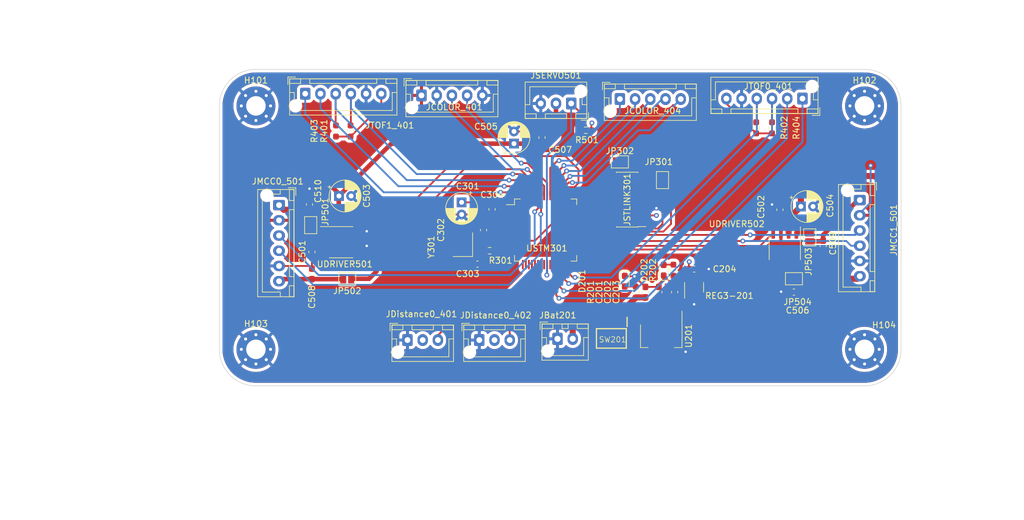
<source format=kicad_pcb>
(kicad_pcb (version 20211014) (generator pcbnew)
  (layers (0 "F.Cu" signal) (1 "In1.Cu" signal) (2 "In2.Cu" signal) (31 "B.Cu" signal) (34 "B.Paste" user) (35 "F.Paste" user) (36 "B.SilkS" user "B.Silkscreen") (37 "F.SilkS" user "F.Silkscreen") (38 "B.Mask" user) (39 "F.Mask" user) (44 "Edge.Cuts" user))
  (net 0 "")
  (net 1 "+BATT")
  (net 2 "+5V")
  (net 3 "+3.3V")
  (net 4 "O1_D2")
  (net 5 "O2_D2")
  (net 6 "O2_D1")
  (net 7 "O1_D1")
  (net 8 "Net-(C302-Pad1)")
  (net 9 "Net-(C304-Pad2)")
  (net 10 "Net-(D201-Pad2)")
  (net 11 "Net-(D202-Pad2)")
  (net 12 "Net-(JBat201-Pad2)")
  (net 13 "TCS-S0")
  (net 14 "TCS-S1")
  (net 15 "TCS-S2")
  (net 16 "TCS-S3")
  (net 17 "TCS-OUT")
  (net 18 "IR1-OUT")
  (net 19 "IR2-OUT")
  (net 20 "GND")
  (net 21 "PHASE_B_M1")
  (net 22 "PHASE_A_M1")
  (net 23 "PHASE_B_M2")
  (net 24 "PHASE_A_M2")
  (net 25 "RX")
  (net 26 "TCS-OE")
  (net 27 "TCS-LED")
  (net 28 "TX")
  (net 29 "SERVO_DATA")
  (net 30 "SWDIO")
  (net 31 "SWCLK")
  (net 32 "/Control/TX_JP")
  (net 33 "Net-(JP501-Pad1)")
  (net 34 "Net-(JP502-Pad1)")
  (net 35 "NRST")
  (net 36 "TOF-SDA")
  (net 37 "TOF-EXTI")
  (net 38 "TOF-SCL")
  (net 39 "TOF-XSHUT")
  (net 40 "Net-(JP503-Pad1)")
  (net 41 "Net-(JP504-Pad1)")
  (net 43 "PWM_D1")
  (net 44 "NPWM_D1")
  (net 45 "PWM_D2")
  (net 46 "NPWM_D2")
  (net 51 "Net-(R301-Pad2)")
  (net 77 "TOF2_SDA")
  (net 78 "TOF2_EXTI")
  (net 79 "TOF2_SCL")
  (net 80 "TOF2_XSHUT")
  (net 84 "/Control/RX_JP")
  (net 85 "Net-(C303-Pad2)")
  (footprint "SamacSys_Parts:NE555DR" (layer "F.Cu") (at 108.4 88.2 -90)
    (fp_text reference "SW201")
    (fp_text value "SW_DPDT_x2" hide)
  )
  (footprint "Jumper:SolderJumper-2_P1.3mm_Open_Pad1.0x1.5mm" (layer "F.Cu") (at 116.8 62.2 90)
    (fp_text reference "JP301")
    (fp_text value "SolderJumper_2_Open")
  )
  (footprint "Resistor_SMD:R_0603_1608Metric_Pad0.98x0.95mm_HandSolder" (layer "F.Cu") (at 118.6 77 90)
    (fp_text reference "R202")
    (fp_text value "300")
  )
  (footprint "Jumper:SolderJumper-2_P1.3mm_Open_Pad1.0x1.5mm" (layer "F.Cu") (at 138.4 78.4)
    (fp_text reference "JP504")
    (fp_text value "SolderJumper_2_Open")
  )
  (footprint "Connector_JST:JST_XH_B6B-XH-AM_1x06_P2.50mm_Vertical" (layer "F.Cu") (at 53.8 66.3 -90)
    (fp_text reference "JMCC0_501")
    (fp_text value "Conn_01x06_Female")
  )
  (footprint "Connector_JST:JST_XH_B3B-XH-AM_1x03_P2.50mm_Vertical" (layer "F.Cu") (at 101.8 49.6 180)
    (fp_text reference "JSERVO501")
    (fp_text value "Conn_01x03_Female")
  )
  (footprint "Jumper:SolderJumper-2_P1.3mm_Open_Pad1.0x1.5mm" (layer "F.Cu") (at 141 71.6 -90)
    (fp_text reference "JP503")
    (fp_text value "SolderJumper_2_Open")
  )
  (footprint "Capacitor_THT:CP_Radial_D5.0mm_P2.00mm" (layer "F.Cu") (at 63.644888 64.8)
    (fp_text reference "C503")
    (fp_text value "10µF")
  )
  (footprint "Capacitor_SMD:C_0603_1608Metric_Pad1.08x0.95mm_HandSolder" (layer "F.Cu") (at 86.4 76)
    (fp_text reference "C303")
    (fp_text value "15p")
  )
  (footprint "Capacitor_SMD:C_0603_1608Metric_Pad1.08x0.95mm_HandSolder" (layer "F.Cu") (at 59.2 74 90)
    (fp_text reference "C501")
    (fp_text value "1µF")
  )
  (footprint "Capacitor_SMD:C_0603_1608Metric_Pad1.08x0.95mm_HandSolder" (layer "F.Cu") (at 59.2 77.6 -90)
    (fp_text reference "C508")
    (fp_text value "0.1uF")
  )
  (footprint "Resistor_SMD:R_0603_1608Metric_Pad0.98x0.95mm_HandSolder" (layer "F.Cu") (at 132.2 53.6 -90)
    (fp_text reference "R402")
    (fp_text value "1k")
  )
  (footprint "LED_SMD:LED_0603_1608Metric_Pad1.05x0.95mm_HandSolder" (layer "F.Cu") (at 117 77 90)
    (fp_text reference "D202")
    (fp_text value "LED_Small")
  )
  (footprint "Capacitor_SMD:C_0603_1608Metric_Pad1.08x0.95mm_HandSolder" (layer "F.Cu") (at 58.8 66.2 -90)
    (fp_text reference "C510")
    (fp_text value "0.1uF")
  )
  (footprint "Connector_JST:JST_XH_B6B-XH-AM_1x06_P2.50mm_Vertical" (layer "F.Cu") (at 139.8 48.8 180)
    (fp_text reference "JTOF0_401")
    (fp_text value "Conn_01x06_Female")
  )
  (footprint "Capacitor_SMD:C_0603_1608Metric_Pad1.08x0.95mm_HandSolder" (layer "F.Cu") (at 138.4 80.6)
    (fp_text reference "C506")
    (fp_text value "0.1uF")
  )
  (footprint "LED_SMD:LED_0603_1608Metric_Pad1.05x0.95mm_HandSolder" (layer "F.Cu") (at 110.6 78.8 -90)
    (fp_text reference "D201")
    (fp_text value "LED_Small")
  )
  (footprint "Resistor_SMD:R_0603_1608Metric_Pad0.98x0.95mm_HandSolder" (layer "F.Cu") (at 88.4 73.8)
    (fp_text reference "R301")
    (fp_text value "80")
  )
  (footprint "Connector_JST:JST_XH_B5B-XH-AM_1x05_P2.50mm_Vertical" (layer "F.Cu") (at 109.8 48.875)
    (fp_text reference "JCOLOR_404")
    (fp_text value "Conn_01x05_Female")
  )
  (footprint "Capacitor_SMD:C_0603_1608Metric_Pad1.08x0.95mm_HandSolder" (layer "F.Cu") (at 116.2 80.6 90)
    (fp_text reference "C202")
    (fp_text value "22uF")
  )
  (footprint "MountingHole:MountingHole_3.2mm_M3_Pad_Via" (layer "F.Cu") (at 150 50)
    (fp_text reference "H102")
    (fp_text value "MountingHole_Pad")
  )
  (footprint "Capacitor_THT:CP_Radial_D5.0mm_P2.00mm" (layer "F.Cu") (at 83.8 65.844888 -90)
    (fp_text reference "C301")
    (fp_text value "4,7u")
  )
  (footprint "Capacitor_SMD:C_0603_1608Metric_Pad1.08x0.95mm_HandSolder" (layer "F.Cu") (at 118.8 80.6 90)
    (fp_text reference "C203")
    (fp_text value "1uF")
  )
  (footprint "Package_TO_SOT_SMD:SOT-23-5" (layer "F.Cu") (at 122 79.8 90)
    (fp_text reference "REG3-201")
    (fp_text value "MCP1802x-xx02xOT")
  )
  (footprint "MountingHole:MountingHole_3.2mm_M3_Pad_Via" (layer "F.Cu") (at 50 50)
    (fp_text reference "H101")
    (fp_text value "MountingHole_Pad")
  )
  (footprint "Jumper:SolderJumper-2_P1.3mm_Open_Pad1.0x1.5mm" (layer "F.Cu") (at 109.8 59.2)
    (fp_text reference "JP302")
    (fp_text value "SolderJumper_2_Open")
  )
  (footprint "Capacitor_SMD:C_0603_1608Metric_Pad1.08x0.95mm_HandSolder" (layer "F.Cu") (at 87.4 70.4 90)
    (fp_text reference "C302")
    (fp_text value "15p")
  )
  (footprint "Capacitor_SMD:C_0603_1608Metric_Pad1.08x0.95mm_HandSolder" (layer "F.Cu") (at 122 76.8)
    (fp_text reference "C204")
    (fp_text value "1uF")
  )
  (footprint "Capacitor_SMD:C_0603_1608Metric_Pad1.08x0.95mm_HandSolder" (layer "F.Cu") (at 114 80.6 90)
    (fp_text reference "C201")
    (fp_text value "10uF")
  )
  (footprint "Capacitor_SMD:C_0603_1608Metric_Pad1.08x0.95mm_HandSolder" (layer "F.Cu") (at 143.2 73 90)
    (fp_text reference "C509")
    (fp_text value "0.1uF")
  )
  (footprint "Capacitor_SMD:C_0603_1608Metric_Pad1.08x0.95mm_HandSolder" (layer "F.Cu") (at 136.095 67.0625 -90)
    (fp_text reference "C502")
    (fp_text value "1µF")
  )
  (footprint "Resistor_SMD:R_0603_1608Metric_Pad0.98x0.95mm_HandSolder" (layer "F.Cu") (at 63.15 54.125 -90)
    (fp_text reference "R403")
    (fp_text value "1k")
  )
  (footprint "Connector_PinHeader_1.27mm:PinHeader_2x07_P1.27mm_Vertical_SMD" (layer "F.Cu") (at 111 65.4 180)
    (fp_text reference "JSTLINK301")
    (fp_text value "Conn_02x07_Odd_Even")
  )
  (footprint "Package_TO_SOT_SMD:SOT-223" (layer "F.Cu") (at 116.6 87.8 -90)
    (fp_text reference "U201")
    (fp_text value "REG-5")
  )
  (footprint "Resistor_SMD:R_0603_1608Metric_Pad0.98x0.95mm_HandSolder" (layer "F.Cu") (at 65.55 54.125 90)
    (fp_text reference "R401")
    (fp_text value "1k")
  )
  (footprint "Jumper:SolderJumper-2_P1.3mm_Open_Pad1.0x1.5mm" (layer "F.Cu") (at 59 69.6 90)
    (fp_text reference "JP501")
    (fp_text value "SolderJumper_2_Open")
  )
  (footprint "Jumper:SolderJumper-2_P1.3mm_Open_Pad1.0x1.5mm" (layer "F.Cu") (at 65 78.4 180)
    (fp_text reference "JP502")
    (fp_text value "SolderJumper_2_Open")
  )
  (footprint "Connector_JST:JST_XH_B3B-XH-AM_1x03_P2.50mm_Vertical" (layer "F.Cu") (at 74.9 88.475)
    (fp_text reference "JDistance0_401")
    (fp_text value "Conn_01x03_Female")
  )
  (footprint "Resistor_SMD:R_0603_1608Metric_Pad0.98x0.95mm_HandSolder" (layer "F.Cu") (at 134.8 53.6 90)
    (fp_text reference "R404")
    (fp_text value "1k")
  )
  (footprint "Connector_JST:JST_XH_B5B-XH-AM_1x05_P2.50mm_Vertical" (layer "F.Cu") (at 77.2 48.275)
    (fp_text reference "JCOLOR_401")
    (fp_text value "Conn_01x05_Female")
  )
  (footprint "MountingHole:MountingHole_3.2mm_M3_Pad_Via" (layer "F.Cu") (at 150 90)
    (fp_text reference "H104")
    (fp_text value "MountingHole_Pad")
  )
  (footprint "Resistor_SMD:R_0603_1608Metric_Pad0.98x0.95mm_HandSolder" (layer "F.Cu") (at 104.2 54)
    (fp_text reference "R501")
    (fp_text value "10k")
  )
  (footprint "Package_SO:SOIC-8_3.9x4.9mm_P1.27mm" (layer "F.Cu") (at 64 72.4)
    (fp_text reference "UDRIVER501")
    (fp_text value "ZXBM5210-S")
  )
  (footprint "Package_QFP:LQFP-64_10x10mm_P0.5mm" (layer "F.Cu") (at 97.6 70.4)
    (fp_text reference "USTM301")
    (fp_text value "STM32G070RBT6")
  )
  (footprint "Resistor_SMD:R_0603_1608Metric_Pad0.98x0.95mm_HandSolder" (layer "F.Cu") (at 112.4 80.6 90)
    (fp_text reference "R201")
    (fp_text value "4,2k")
  )
  (footprint "Capacitor_SMD:C_0603_1608Metric_Pad1.08x0.95mm_HandSolder" (layer "F.Cu") (at 88.8 67 -90)
    (fp_text reference "C304")
    (fp_text value "100n")
  )
  (footprint "Capacitor_THT:CP_Radial_D5.0mm_P2.00mm" (layer "F.Cu") (at 92.4 56.2 90)
    (fp_text reference "C505")
    (fp_text value "100uF")
  )
  (footprint "Crystal:Crystal_SMD_EuroQuartz_MT-4Pin_3.2x2.5mm" (layer "F.Cu") (at 84 72.8 90)
    (fp_text reference "Y301")
    (fp_text value "Crystal_GND23")
  )
  (footprint "Capacitor_THT:CP_Radial_D5.0mm_P2.00mm" (layer "F.Cu") (at 139.539888 66.525)
    (fp_text reference "C504")
    (fp_text value "10µF")
  )
  (footprint "MountingHole:MountingHole_3.2mm_M3_Pad_Via" (layer "F.Cu") (at 50 90)
    (fp_text reference "H103")
    (fp_text value "MountingHole_Pad")
  )
  (footprint "Connector_JST:JST_XH_B2B-XH-AM_1x02_P2.50mm_Vertical" (layer "F.Cu") (at 99.55 88.275)
    (fp_text reference "JBat201")
    (fp_text value "Conn_01x02_Female")
  )
  (footprint "Package_SO:SOIC-8_3.9x4.9mm_P1.27mm" (layer "F.Cu") (at 136.895 73.325 -90)
    (fp_text reference "UDRIVER502")
    (fp_text value "ZXBM5210-S")
  )
  (footprint "Connector_JST:JST_XH_B6B-XH-AM_1x06_P2.50mm_Vertical" (layer "F.Cu") (at 58.1 48)
    (fp_text reference "JTOF1_401")
    (fp_text value "Conn_01x06_Female")
  )
  (footprint "Connector_JST:JST_XH_B3B-XH-AM_1x03_P2.50mm_Vertical" (layer "F.Cu") (at 86.7 88.475)
    (fp_text reference "JDistance0_402")
    (fp_text value "Conn_01x03_Female")
  )
  (footprint "Capacitor_SMD:C_0603_1608Metric_Pad1.08x0.95mm_HandSolder" (layer "F.Cu") (at 97 55.2 -90)
    (fp_text reference "C507")
    (fp_text value "0.1uF")
  )
  (footprint "Connector_JST:JST_XH_B6B-XH-AM_1x06_P2.50mm_Vertical" (layer "F.Cu") (at 149.22 65.475 -90)
    (fp_text reference "JMCC1_501")
    (fp_text value "Conn_01x06_Female")
  )
  (gr_line (start 150 96) (end 50 96) (layer "Edge.Cuts") (width 0.1))
  (gr_line (start 44 90) (end 44 50) (layer "Edge.Cuts") (width 0.1))
  (gr_arc (start 44 50) (mid 45.757359 45.757359) (end 50 44) (layer "Edge.Cuts") (width 0.1))
  (gr_line (start 50 44) (end 150 44) (layer "Edge.Cuts") (width 0.1))
  (gr_arc (start 156 90) (mid 154.242641 94.242641) (end 150 96) (layer "Edge.Cuts") (width 0.1))
  (gr_line (start 156 50) (end 156 90) (layer "Edge.Cuts") (width 0.1))
  (gr_arc (start 50 96) (mid 45.757359 94.242641) (end 44 90) (layer "Edge.Cuts") (width 0.1))
  (gr_arc (start 150 44) (mid 154.242641 45.757359) (end 156 50) (layer "Edge.Cuts") (width 0.1))
  (segment (start 124.8 86.8) (end 126.6 85) (width 1) (layer "F.Cu") (net 1))
  (segment (start 114 81.4625) (end 112.45 81.4625) (width 1) (layer "F.Cu") (net 1))
  (segment (start 118.9 86.5) (end 117.6 87.8) (width 1) (layer "F.Cu") (net 1))
  (segment (start 122.65 84.65) (end 118.9 84.65) (width 1) (layer "F.Cu") (net 1))
  (segment (start 142.739888 61.525) (end 139.539888 64.725) (width 1) (layer "F.Cu") (net 1))
  (segment (start 96.8625 56.2) (end 97 56.0625) (width 0.75) (layer "F.Cu") (net 1))
  (segment (start 110.305 83.6075) (end 112.4 81.5125) (width 1) (layer "F.Cu") (net 1))
  (segment (start 63.6 71) (end 63.6 64.844888) (width 0.75) (layer "F.Cu") (net 1))
  (segment (start 122.6 93.8) (end 60.4 93.8) (width 1) (layer "F.Cu") (net 1))
  (segment (start 58.8 60.4) (end 59.2 60.4) (width 1) (layer "F.Cu") (net 1))
  (segment (start 119.05 84.6) (end 118.5 84.05) (width 0.3) (layer "F.Cu") (net 1))
  (segment (start 59.6 60.4) (end 58.8 60.4) (width 0.75) (layer "F.Cu") (net 1))
  (segment (start 126.6 85) (end 149.4 85) (width 1) (layer "F.Cu") (net 1))
  (segment (start 124.8 86.8) (end 124.8 91.6) (width 1) (layer "F.Cu") (net 1))
  (segment (start 149.4 85) (end 153.295 81.105) (width 1) (layer "F.Cu") (net 1))
  (segment (start 112.45 81.4625) (end 112.4 81.5125) (width 1) (layer "F.Cu") (net 1))
  (segment (start 137.53 70.85) (end 137.53 68.534888) (width 1) (layer "F.Cu") (net 1))
  (segment (start 124.8 86.8) (end 122.65 84.65) (width 1) (layer "F.Cu") (net 1))
  (segment (start 92.4 56.2) (end 96.8625 56.2) (width 0.75) (layer "F.Cu") (net 1))
  (segment (start 113.9 81.5625) (end 114 81.4625) (width 1) (layer "F.Cu") (net 1))
  (segment (start 72.244888 56.2) (end 92.4 56.2) (width 0.75) (layer "F.Cu") (net 1))
  (segment (start 63.644888 64.8) (end 63.644888 64.444888) (width 0.75) (layer "F.Cu") (net 1))
  (segment (start 151.695 61.525) (end 142.739888 61.525) (width 1) (layer "F.Cu") (net 1))
  (segment (start 47.8 81.2) (end 47.8 62.2) (width 1) (layer "F.Cu") (net 1))
  (segment (start 153.295 81.105) (end 153.295 63.125) (width 1) (layer "F.Cu") (net 1))
  (segment (start 117.6 87.8) (end 112.617 87.8) (width 1) (layer "F.Cu") (net 1))
  (segment (start 99.3 55.1) (end 99.3 49.6) (width 0.75) (layer "F.Cu") (net 1))
  (segment (start 98.3375 56.0625) (end 99.3 55.1) (width 0.75) (layer "F.Cu") (net 1))
  (segment (start 63.644888 64.8) (end 72.244888 56.2) (width 0.75) (layer "F.Cu") (net 1))
  (segment (start 61.525 71.765) (end 62.835 71.765) (width 0.75) (layer "F.Cu") (net 1))
  (segment (start 139.539888 64.725) (end 139.539888 66.525) (width 1) (layer "F.Cu") (net 1))
  (segment (start 49.6 60.4) (end 58.8 60.4) (width 1) (layer "F.Cu") (net 1))
  (segment (start 112.617 87.8) (end 110.305 85.488) (width 1) (layer "F.Cu") (net 1))
  (segment (start 47.8 62.2) (end 49.6 60.4) (width 1) (layer "F.Cu") (net 1))
  (segment (start 110.305 85.488) (end 110.305 83.6075) (width 1) (layer "F.Cu") (net 1))
  (segment (start 63.6 64.844888) (end 63.644888 64.8) (width 0.75) (layer "F.Cu") (net 1))
  (segment (start 62.835 71.765) (end 63.6 71) (width 0.75) (layer "F.Cu") (net 1))
  (segment (start 63.644888 64.444888) (end 59.6 60.4) (width 0.75) (layer "F.Cu") (net 1))
  (segment (start 124.8 91.6) (end 122.6 93.8) (width 1) (layer "F.Cu") (net 1))
  (segment (start 153.295 63.125) (end 151.695 61.525) (width 1) (layer "F.Cu") (net 1))
  (segment (start 118.9 84.65) (end 118.9 86.5) (width 1) (layer "F.Cu") (net 1))
  (segment (start 137.53 68.534888) (end 139.539888 66.525) (width 1) (layer "F.Cu") (net 1))
  (segment (start 97 56.0625) (end 98.3375 56.0625) (width 0.75) (layer "F.Cu") (net 1))
  (segment (start 60.4 93.8) (end 47.8 81.2) (width 1) (layer "F.Cu") (net 1))
  (segment (start 136.26 68.09) (end 136.095 67.925) (width 0.3) (layer "F.Cu") (net 2))
  (segment (start 114.3 83.3625) (end 116.2 81.4625) (width 0.3) (layer "F.Cu") (net 2))
  (segment (start 136.26 70.85) (end 136.26 68.09) (width 0.3) (layer "F.Cu") (net 2))
  (segment (start 114.3 84.65) (end 114.3 83.3625) (width 0.3) (layer "F.Cu") (net 2))
  (via (at 151 59.8) (size 0.8) (drill 0.4) (layers "F.Cu" "B.Cu") (net 2))
  (segment (start 151 65.868528) (end 149.22 67.648528) (width 0.3) (layer "B.Cu") (net 2))
  (segment (start 149.22 67.648528) (end 149.22 67.975) (width 0.3) (layer "B.Cu") (net 2))
  (segment (start 151 59.8) (end 151 65.868528) (width 0.3) (layer "B.Cu") (net 2))
  (segment (start 89.9375 66.1375) (end 88.8 66.1375) (width 0.3) (layer "F.Cu") (net 3))
  (segment (start 90.2 66.4) (end 89.9375 66.1375) (width 0.3) (layer "F.Cu") (net 3))
  (segment (start 115.8 68) (end 113.01 68) (width 0.3) (layer "F.Cu") (net 3))
  (segment (start 119.35 78.6625) (end 118.6 77.9125) (width 0.3) (layer "F.Cu") (net 3))
  (segment (start 132.2 54.5125) (end 127.3 49.6125) (width 0.3) (layer "F.Cu") (net 3))
  (segment (start 121.05 78.6625) (end 119.35 78.6625) (width 0.3) (layer "F.Cu") (net 3))
  (segment (start 121.1375 75.6625) (end 121.1375 76.8) (width 0.3) (layer "F.Cu") (net 3))
  (segment (start 121.05 76.8875) (end 121.1375 76.8) (width 0.3) (layer "F.Cu") (net 3))
  (segment (start 88.8 66.1375) (end 88.507388 65.844888) (width 0.3) (layer "F.Cu") (net 3))
  (segment (start 91.925 69.15) (end 90.49948 69.15) (width 0.3) (layer "F.Cu") (net 3))
  (segment (start 88.507388 65.844888) (end 83.8 65.844888) (width 0.3) (layer "F.Cu") (net 3))
  (segment (start 70.6 49.9875) (end 70.6 48) (width 0.3) (layer "F.Cu") (net 3))
  (segment (start 63.15 55.0375) (end 65.55 55.0375) (width 0.3) (layer "F.Cu") (net 3))
  (segment (start 127.3 49.6125) (end 127.3 48.8) (width 0.3) (layer "F.Cu") (net 3))
  (segment (start 105.2 52.8) (end 105.1125 52.8875) (width 0.3) (layer "F.Cu") (net 3))
  (segment (start 113.01 68) (end 112.95 67.94) (width 0.3) (layer "F.Cu") (net 3))
  (segment (start 134.8 54.5125) (end 132.2 54.5125) (width 0.3) (layer "F.Cu") (net 3))
  (segment (start 65.55 55.0375) (end 70.6 49.9875) (width 0.3) (layer "F.Cu") (net 3))
  (segment (start 121.2 75.6) (end 121.1375 75.6625) (width 0.3) (layer "F.Cu") (net 3))
  (segment (start 90.49948 69.15) (end 90.2 68.85052) (width 0.3) (layer "F.Cu") (net 3))
  (segment (start 105.1125 52.8875) (end 105.1125 54) (width 0.3) (layer "F.Cu") (net 3))
  (segment (start 90.2 68.85052) (end 90.2 66.4) (width 0.3) (layer "F.Cu") (net 3))
  (segment (start 121.05 78.6625) (end 121.05 76.8875) (width 0.3) (layer "F.Cu") (net 3))
  (via (at 115.8 68) (size 0.8) (drill 0.4) (layers "F.Cu" "B.Cu") (net 3))
  (via (at 121.2 75.6) (size 0.8) (drill 0.4) (layers "F.Cu" "B.Cu") (net 3))
  (via (at 105.2 52.8) (size 0.8) (drill 0.4) (layers "F.Cu" "B.Cu") (net 3))
  (segment (start 148.925 65.475) (end 149.22 65.475) (width 0.75) (layer "F.Cu") (net 4))
  (segment (start 143.0875 72.25) (end 143.2 72.1375) (width 0.75) (layer "F.Cu") (net 4))
  (segment (start 143.2 72.1375) (end 143.2 71.2) (width 0.75) (layer "F.Cu") (net 4))
  (segment (start 141 72.25) (end 143.0875 72.25) (width 0.75) (layer "F.Cu") (net 4))
  (segment (start 143.2 71.2) (end 148.925 65.475) (width 0.75) (layer "F.Cu") (net 4))
  (segment (start 148.795 78.4) (end 149.22 77.975) (width 1) (layer "F.Cu") (net 5))
  (segment (start 139.2625 80.6) (end 139.2625 78.6125) (width 1) (layer "F.Cu") (net 5))
  (segment (start 139.05 78.4) (end 148.795 78.4) (width 1) (layer "F.Cu") (net 5))
  (segment (start 139.2625 78.6125) (end 139.05 78.4) (width 1) (layer "F.Cu") (net 5))
  (segment (start 59.2 78.4625) (end 54.1375 78.4625) (width 0.75) (layer "F.Cu") (net 6))
  (segment (start 64.2875 78.4625) (end 64.35 78.4) (width 0.75) (layer "F.Cu") (net 6))
  (segment (start 59.2 78.4625) (end 64.2875 78.4625) (width 0.75) (layer "F.Cu") (net 6))
  (segment (start 54.1375 78.4625) (end 53.8 78.8) (width 0.75) (layer "F.Cu") (net 6))
  (segment (start 54.5625 67.0625) (end 53.8 66.3) (width 1) (layer "F.Cu") (net 7))
  (segment (start 59 68.95) (end 59 67.2625) (width 1) (layer "F.Cu") (net 7))
  (segment (start 59 67.2625) (end 58.8 67.0625) (width 1) (layer "F.Cu") (net 7))
  (segment (start 58.8 67.0625) (end 54.5625 67.0625) (width 1) (layer "F.Cu") (net 7))
  (segment (start 87.5125 71.15) (end 91.925 71.15) (width 0.3) (layer "F.Cu") (net 8))
  (segment (start 84.1 70.7) (end 83.1 71.7) (width 0.3) (layer "F.Cu") (net 8))
  (segment (start 87.4 71.2625) (end 86.8375 70.7) (width 0.3) (layer "F.Cu") (net 8))
  (segment (start 86.8375 70.7) (end 84.1 70.7) (width 0.3) (layer "F.Cu") (net 8))
  (segment (start 87.4 71.2625) (end 87.5125 71.15) (width 0.3) (layer "F.Cu") (net 8))
  (segment (start 89.15 70.15) (end 88.8 69.8) (width 0.3) (layer "F.Cu") (net 9))
  (segment (start 88.8 69.8) (end 88.8 67.8625) (width 0.3) (layer "F.Cu") (net 9))
  (segment (start 91.925 70.15) (end 89.15 70.15) (width 0.3) (layer "F.Cu") (net 9))
  (segment (start 110.6 79.675) (end 112.3875 79.675) (width 0.3) (layer "F.Cu") (net 10))
  (segment (start 112.3875 79.675) (end 112.4 79.6875) (width 0.3) (layer "F.Cu") (net 10))
  (segment (start 117.0375 76.0875) (end 117 76.125) (width 0.3) (layer "F.Cu") (net 11))
  (segment (start 118.6 76.0875) (end 117.0375 76.0875) (width 0.3) (layer "F.Cu") (net 11))
  (segment (start 108.4255 84.0255) (end 109.035 84.635) (width 1) (layer "F.Cu") (net 12))
  (segment (start 104.2995 84.0255) (end 108.4255 84.0255) (width 1) (layer "F.Cu") (net 12))
  (segment (start 102.05 88.275) (end 102.05 86.275) (width 1) (layer "F.Cu") (net 12))
  (segment (start 109.035 84.635) (end 109.035 85.488) (width 1) (layer "F.Cu") (net 12))
  (segment (start 102.05 86.275) (end 104.2995 84.0255) (width 1) (layer "F.Cu") (net 12))
  (segment (start 98.35 60.210661) (end 98.35 64.725) (width 0.3) (layer "F.Cu") (net 13))
  (segment (start 99.8 59) (end 99.560661 59) (width 0.3) (layer "F.Cu") (net 13))
  (segment (start 99.560661 59) (end 98.35 60.210661) (width 0.3) (layer "F.Cu") (net 13))
  (via (at 99.8 59) (size 0.8) (drill 0.4) (layers "F.Cu" "B.Cu") (net 13))
  (segment (start 99.8 59) (end 102 59) (width 0.3) (layer "B.Cu") (net 13))
  (segment (start 102 59) (end 109.8 51.2) (width 0.3) (layer "B.Cu") (net 13))
  (segment (start 109.8 51.2) (end 109.8 48.875) (width 0.3) (layer "B.Cu") (net 13))
  (segment (start 100.6 59.8) (end 98.85 61.55) (width 0.3) (layer "F.Cu") (net 14))
  (segment (start 98.85 61.55) (end 98.85 64.725) (width 0.3) (layer "F.Cu") (net 14))
  (via (at 100.6 59.8) (size 0.8) (drill 0.4) (layers "F.Cu" "B.Cu") (net 14))
  (segment (start 102.6 59.8) (end 112.3 50.1) (width 0.3) (layer "B.Cu") (net 14))
  (segment (start 112.3 50.1) (end 112.3 48.875) (width 0.3) (layer "B.Cu") (net 14))
  (segment (start 100.6 59.8) (end 102.6 59.8) (width 0.3) (layer "B.Cu") (net 14))
  (segment (start 99.35 62.390973) (end 99.35 64.725) (width 0.3) (layer "F.Cu") (net 15))
  (segment (start 101.046991 60.693982) (end 99.35 62.390973) (width 0.3) (layer "F.Cu") (net 15))
  (via (at 101.046991 60.693982) (size 0.8) (drill 0.4) (layers "F.Cu" "B.Cu") (net 15))
  (segment (start 103.306018 60.693982) (end 114.8 49.2) (width 0.3) (layer "B.Cu") (net 15))
  (segment (start 114.8 49.2) (end 114.8 48.875) (width 0.3) (layer "B.Cu") (net 15))
  (segment (start 101.046991 60.693982) (end 103.306018 60.693982) (width 0.3) (layer "B.Cu") (net 15))
  (segment (start 101.6 61.6) (end 99.85 63.35) (width 0.3) (layer "F.Cu") (net 16))
  (segment (start 99.85 63.35) (end 99.85 64.725) (width 0.3) (layer "F.Cu") (net 16))
  (via (at 101.6 61.6) (size 0.8) (drill 0.4) (layers "F.Cu" "B.Cu") (net 16))
  (segment (start 104.106018 61.493982) (end 116.725 48.875) (width 0.3) (layer "B.Cu") (net 16))
  (segment (start 116.725 48.875) (end 117.3 48.875) (width 0.3) (layer "B.Cu") (net 16))
  (segment (start 101.706018 61.493982) (end 104.106018 61.493982) (width 0.3) (layer "B.Cu") (net 16))
  (segment (start 101.6 61.6) (end 101.706018 61.493982) (width 0.3) (layer "B.Cu") (net 16))
  (segment (start 101.391853 62.6) (end 100.35 63.641853) (width 0.3) (layer "F.Cu") (net 17))
  (segment (start 102 62.6) (end 101.391853 62.6) (width 0.3) (layer "F.Cu") (net 17))
  (segment (start 100.35 63.641853) (end 100.35 64.725) (width 0.3) (layer "F.Cu") (net 17))
  (via (at 102 62.6) (size 0.8) (drill 0.4) (layers "F.Cu" "B.Cu") (net 17))
  (segment (start 114.675 54) (end 119.8 48.875) (width 0.3) (layer "B.Cu") (net 17))
  (segment (start 104.2 62.6) (end 112.8 54) (width 0.3) (layer "B.Cu") (net 17))
  (segment (start 102 62.6) (end 104.2 62.6) (width 0.3) (layer "B.Cu") (net 17))
  (segment (start 112.8 54) (end 114.675 54) (width 0.3) (layer "B.Cu") (net 17))
  (segment (start 91.7 88.475) (end 91.7 82.3) (width 0.3) (layer "F.Cu") (net 18))
  (segment (start 91.7 82.3) (end 95.85 78.15) (width 0.3) (layer "F.Cu") (net 18))
  (segment (start 95.85 78.15) (end 95.85 76.075) (width 0.3) (layer "F.Cu") (net 18))
  (segment (start 79.9 87.7) (end 79.9 88.475) (width 0.3) (layer "F.Cu") (net 19))
  (segment (start 95.35 76.951041) (end 90.501041 81.8) (width 0.3) (layer "F.Cu") (net 19))
  (segment (start 95.35 76.075) (end 95.35 76.951041) (width 0.3) (layer "F.Cu") (net 19))
  (segment (start 90.501041 81.8) (end 85.8 81.8) (width 0.3) (layer "F.Cu") (net 19))
  (segment (start 85.8 81.8) (end 79.9 87.7) (width 0.3) (layer "F.Cu") (net 19))
  (segment (start 91.925 70.65) (end 88.5125 70.65) (width 0.3) (layer "F.Cu") (net 20))
  (segment (start 136.895 73.925) (end 138.095 73.925) (width 0.3) (layer "F.Cu") (net 20))
  (segment (start 113.08 66.8) (end 112.95 66.67) (width 0.3) (layer "F.Cu") (net 20))
  (segment (start 115.8 66.8) (end 113.08 66.8) (width 0.3) (layer "F.Cu") (net 20))
  (segment (start 116.6 84.65) (end 118.65 82.6) (width 0.3) (layer "F.Cu") (net 20))
  (segment (start 122 82.6) (end 122 80.9375) (width 0.3) (layer "F.Cu") (net 20))
  (segment (start 96.8625 54.2) (end 92.4 54.2) (width 0.3) (layer "F.Cu") (net 20))
  (segment (start 136.295 75.835) (end 136.26 75.8) (width 0.3) (layer "F.Cu") (net 20))
  (segment (start 58.7625 76.3) (end 59.2 76.7375) (width 0.3) (layer "F.Cu") (net 20))
  (segment (start 86.707388 67.844888) (end 83.8 67.844888) (width 0.3) (layer "F.Cu") (net 20))
  (segment (start 118.65 82.6) (end 122 82.6) (width 0.3) (layer "F.Cu") (net 20))
  (segment (start 136.37 80.6) (end 136.295 80.525) (width 0.3) (layer "F.Cu") (net 20))
  (segment (start 84.9 72.1) (end 83.1 73.9) (width 0.3) (layer "F.Cu") (net 20))
  (segment (start 82 72.8) (end 82 68.2) (width 0.3) (layer "F.Cu") (net 20))
  (segment (start 134.8 66.2) (end 136.095 66.2) (width 0.3) (layer "F.Cu") (net 20))
  (segment (start 82.355112 67.844888) (end 83.8 67.844888) (width 0.3) (layer "F.Cu") (net 20))
  (segment (start 112.2 78) (end 110.675 78) (width 0.3) (layer "F.Cu") (net 20))
  (segment (start 53.8 76.3) (end 58.7625 76.3) (width 0.3) (layer "F.Cu") (net 20))
  (segment (start 110.675 78) (end 110.6 77.925) (width 0.3) (layer "F.Cu") (net 20))
  (segment (start 114 79.7375) (end 113.9375 79.7375) (width 0.3) (layer "F.Cu") (net 20))
  (segment (start 116.2 79.7375) (end 114 79.7375) (width 0.3) (layer "F.Cu") (net 20))
  (segment (start 58.8 63.6) (end 58.8 65.3375) (width 0.3) (layer "F.Cu") (net 20))
  (segment (start 114.6 64.75) (end 114.6 63.51) (width 0.3) (layer "F.Cu") (net 20))
  (segment (start 83.1 73.9) (end 82 72.8) (width 0.3) (layer "F.Cu") (net 20))
  (segment (start 138.8 74.63) (end 138.8 75.8) (width 0.3) (layer "F.Cu") (net 20))
  (segment (start 87.4 69.5375) (end 87.4 68.5375) (width 0.3) (layer "F.Cu") (net 20))
  (segment (start 68.165 73.035) (end 66.475 73.035) (width 0.3) (layer "F.Cu") (net 20))
  (segment (start 113.9375 79.7375) (end 112.2 78) (width 0.3) (layer "F.Cu") (net 20))
  (segment (start 137.5375 80.6) (end 136.37 80.6) (width 0.3) (layer "F.Cu") (net 20))
  (segment (start 87.4 68.5375) (end 86.707388 67.844888) (width 0.3) (layer "F.Cu") (net 20))
  (segment (start 120.05 90.95) (end 120.6 90.4) (width 0.3) (layer "F.Cu") (net 20))
  (segment (start 113.95 65.4) (end 114.6 64.75) (width 0.3) (layer "F.Cu") (net 20))
  (segment (start 144.8125 75.475) (end 149.22 75.475) (width 0.3) (layer "F.Cu") (net 20))
  (segment (start 83.6 76) (end 83.1 75.5) (width 0.3) (layer "F.Cu") (net 20))
  (segment (start 85.5375 76) (end 83.6 76) (width 0.3) (layer "F.Cu") (net 20))
  (segment (start 112.95 66.67) (end 112.95 65.4) (width 0.3) (layer "F.Cu") (net 20))
  (segment (start 59.2 76.7375) (end 59.2 74.8625) (width 0.3) (layer "F.Cu") (net 20))
  (segment (start 88.5125 70.65) (end 87.4 69.5375) (width 0.3) (layer "F.Cu") (net 20))
  (segment (start 138.095 73.925) (end 138.8 74.63) (width 0.3) (layer "F.Cu") (net 20))
  (segment (start 143.2 73.8625) (end 144.8125 75.475) (width 0.3) (layer "F.Cu") (net 20))
  (segment (start 97 54.3375) (end 96.8625 54.2) (width 0.3) (layer "F.Cu") (net 20))
  (segment (start 124.4 76.8) (end 122.8625 76.8) (width 0.3) (layer "F.Cu") (net 20))
  (segment (start 114.6 63.51) (end 113.95 62.86) (width 0.3) (layer "F.Cu") (net 20))
  (segment (start 112.95 65.4) (end 113.95 65.4) (width 0.3) (layer "F.Cu") (net 20))
  (segment (start 68.2 73) (end 68.165 73.035) (width 0.3) (layer "F.Cu") (net 20))
  (segment (start 118.8 79.7375) (end 118.8 79.675) (width 0.3) (layer "F.Cu") (net 20))
  (segment (start 116.2 79.7375) (end 116.2 79.275) (width 0.3) (layer "F.Cu") (net 20))
  (segment (start 82 68.2) (end 82.355112 67.844888) (width 0.3) (layer "F.Cu") (net 20))
  (segment (start 68.2 70.6) (end 66.58 70.6) (width 0.3) (layer "F.Cu") (net 20))
  (segment (start 136.26 75.8) (end 136.26 74.56) (width 0.3) (layer "F.Cu") (net 20))
  (segment (start 116.2 79.275) (end 117 78.475) (width 0.3) (layer "F.Cu") (net 20))
  (segment (start 66.58 70.6) (end 66.475 70.495) (width 0.3) (layer "F.Cu") (net 20))
  (segment (start 84.9 71.7) (end 84.9 72.1) (width 0.3) (layer "F.Cu") (net 20))
  (segment (start 83.1 75.5) (end 83.1 73.9) (width 0.3) (layer "F.Cu") (net 20))
  (segment (start 116.6 90.95) (end 120.05 90.95) (width 0.3) (layer "F.Cu") (net 20))
  (segment (start 113.95 62.86) (end 112.95 62.86) (width 0.3) (layer "F.Cu") (net 20))
  (segment (start 118.8 79.675) (end 117 77.875) (width 0.3) (layer "F.Cu") (net 20))
  (segment (start 136.295 80.525) (end 136.295 75.835) (width 0.3) (layer "F.Cu") (net 20))
  (segment (start 117 78.475) (end 117 77.875) (width 0.3) (layer "F.Cu") (net 20))
  (segment (start 136.26 74.56) (end 136.895 73.925) (width 0.3) (layer "F.Cu") (net 20))
  (via (at 112.2 78) (size 0.8) (drill 0.4) (layers "F.Cu" "B.Cu") (net 20))
  (via (at 115.8 66.8) (size 0.8) (drill 0.4) (layers "F.Cu" "B.Cu") (net 20))
  (via (at 122 82.6) (size 0.8) (drill 0.4) (layers "F.Cu" "B.Cu") (net 20))
  (via (at 134.8 66.2) (size 0.8) (drill 0.4) (layers "F.Cu" "B.Cu") (net 20))
  (via (at 58.8 63.6) (size 0.8) (drill 0.4) (layers "F.Cu" "B.Cu") (net 20))
  (via (at 124.4 76.8) (size 0.8) (drill 0.4) (layers "F.Cu" "B.Cu") (net 20))
  (via (at 120.6 90.4) (size 0.8) (drill 0.4) (layers "F.Cu" "B.Cu") (net 20))
  (via (at 136.295 80.525) (size 0.8) (drill 0.4) (layers "F.Cu" "B.Cu") (net 20))
  (via (at 68.2 73) (size 0.8) (drill 0.4) (layers "F.Cu" "B.Cu") (net 20))
  (via (at 68.2 70.6) (size 0.8) (drill 0.4) (layers "F.Cu" "B.Cu") (net 20))
  (segment (start 95.8 67.4) (end 96.35 66.85) (width 0.3) (layer "F.Cu") (net 21))
  (segment (start 96.35 66.85) (end 96.35 64.725) (width 0.3) (layer "F.Cu") (net 21))
  (via (at 95.8 67.4) (size 0.8) (drill 0.4) (layers "F.Cu" "B.Cu") (net 21))
  (segment (start 91.8 77.8) (end 95.8 73.8) (width 0.3) (layer "B.Cu") (net 21))
  (segment (start 53.8 71.3) (end 60.3 77.8) (width 0.3) (layer "B.Cu") (net 21))
  (segment (start 95.8 73.8) (end 95.8 67.4) (width 0.3) (layer "B.Cu") (net 21))
  (segment (start 60.3 77.8) (end 91.8 77.8) (width 0.3) (layer "B.Cu") (net 21))
  (segment (start 96.85 67.75) (end 96.85 64.725) (width 0.3) (layer "F.Cu") (net 22))
  (segment (start 96.8 67.8) (end 96.85 67.75) (width 0.3) (layer "F.Cu") (net 22))
  (via (at 96.8 67.8) (size 0.8) (drill 0.4) (layers "F.Cu" "B.Cu") (net 22))
  (segment (start 59.4 79.4) (end 91.6 79.4) (width 0.3) (layer "B.Cu") (net 22))
  (segment (start 53.8 73.8) (end 59.4 79.4) (width 0.3) (layer "B.Cu") (net 22))
  (segment (start 96.8 74.2) (end 96.8 67.8) (width 0.3) (layer "B.Cu") (net 22))
  (segment (start 91.6 79.4) (end 96.8 74.2) (width 0.3) (layer "B.Cu") (net 22))
  (segment (start 106.050521 71.2) (end 105.100521 72.15) (width 0.3) (layer "F.Cu") (net 23))
  (segment (start 131.2 71.2) (end 106.050521 71.2) (width 0.3) (layer "F.Cu") (net 23))
  (segment (start 105.100521 72.15) (end 103.275 72.15) (width 0.3) (layer "F.Cu") (net 23))
  (via (at 131.2 71.2) (size 0.8) (drill 0.4) (layers "F.Cu" "B.Cu") (net 23))
  (segment (start 148.495 71.2) (end 131.2 71.2) (width 0.3) (layer "B.Cu") (net 23))
  (segment (start 149.22 70.475) (end 148.495 71.2) (width 0.3) (layer "B.Cu") (net 23))
  (segment (start 106.15 72.65) (end 103.275 72.65) (width 0.3) (layer "F.Cu") (net 24))
  (segment (start 130 72.2) (end 106.6 72.2) (width 0.3) (layer "F.Cu") (net 24))
  (segment (start 106.6 72.2) (end 106.15 72.65) (width 0.3) (layer "F.Cu") (net 24))
  (via (at 130 72.2) (size 0.8) (drill 0.4) (layers "F.Cu" "B.Cu") (net 24))
  (segment (start 147 72.2) (end 147.775 72.975) (width 0.3) (layer "B.Cu") (net 24))
  (segment (start 130 72.2) (end 147 72.2) (width 0.3) (layer "B.Cu") (net 24))
  (segment (start 147.775 72.975) (end 149.22 72.975) (width 0.3) (layer "B.Cu") (net 24))
  (segment (start 116.8 69.4) (end 116.05 70.15) (width 0.3) (layer "F.Cu") (net 25))
  (segment (start 116.05 70.15) (end 103.275 70.15) (width 0.3) (layer "F.Cu") (net 25))
  (segment (start 116.8 62.85) (end 116.8 69.4) (width 0.3) (layer "F.Cu") (net 25))
  (segment (start 97.35 63.15) (end 97.35 64.725) (width 0.3) (layer "F.Cu") (net 26))
  (segment (start 94.585011 60.444966) (end 94.644966 60.444966) (width 0.3) (layer "F.Cu") (net 26))
  (segment (start 94.644966 60.444966) (end 97.35 63.15) (width 0.3) (layer "F.Cu") (net 26))
  (via (at 94.585011 60.444966) (size 0.8) (drill 0.4) (layers "F.Cu" "B.Cu") (net 26))
  (segment (start 82.2 48.275) (end 82.2 50.4) (width 0.3) (layer "B.Cu") (net 26))
  (segment (start 92.244966 60.444966) (end 94.585011 60.444966) (width 0.3) (layer "B.Cu") (net 26))
  (segment (start 82.2 50.4) (end 92.244966 60.444966) (width 0.3) (layer "B.Cu") (net 26))
  (segment (start 93.6 59.4) (end 94.6 59.4) (width 0.3) (layer "F.Cu") (net 27))
  (segment (start 94.6 59.4) (end 97.85 62.65) (width 0.3) (layer "F.Cu") (net 27))
  (segment (start 97.85 62.65) (end 97.85 64.725) (width 0.3) (layer "F.Cu") (net 27))
  (via (at 93.6 59.4) (size 0.8) (drill 0.4) (layers "F.Cu" "B.Cu") (net 27))
  (segment (start 84.7 50.7) (end 84.7 48.275) (width 0.3) (layer "B.Cu") (net 27))
  (segment (start 93.6 59.4) (end 93.4 59.4) (width 0.3) (layer "B.Cu") (net 27))
  (segment (start 93.4 59.4) (end 84.7 50.7) (width 0.3) (layer "B.Cu") (net 27))
  (segment (start 116.95 70.65) (end 118.2 69.4) (width 0.3) (layer "F.Cu") (net 28))
  (segment (start 117 59.2) (end 118.2 60.4) (width 0.3) (layer "F.Cu") (net 28))
  (segment (start 118.2 69.4) (end 118.2 60.4) (width 0.3) (layer "F.Cu") (net 28))
  (segment (start 103.275 70.65) (end 116.95 70.65) (width 0.3) (layer "F.Cu") (net 28))
  (segment (start 110.45 59.2) (end 117 59.2) (width 0.3) (layer "F.Cu") (net 28))
  (segment (start 103.2875 51.0875) (end 101.8 49.6) (width 0.3) (layer "F.Cu") (net 29))
  (segment (start 103.2875 54) (end 103.2875 51.0875) (width 0.3) (layer "F.Cu") (net 29))
  (segment (start 97.85 77.75) (end 97.85 76.075) (width 0.3) (layer "F.Cu") (net 29))
  (segment (start 97.8 77.8) (end 97.85 77.75) (width 0.3) (layer "F.Cu") (net 29))
  (via (at 97.8 77.8) (size 0.8) (drill 0.4) (layers "F.Cu" "B.Cu") (net 29))
  (segment (start 97.8 58.2) (end 101.8 54.2) (width 0.3) (layer "B.Cu") (net 29))
  (segment (start 97.8 77.8) (end 97.8 58.2) (width 0.3) (layer "B.Cu") (net 29))
  (segment (start 101.8 54.2) (end 101.8 49.6) (width 0.3) (layer "B.Cu") (net 29))
  (segment (start 108.84 68.15) (end 103.275 68.15) (width 0.3) (layer "F.Cu") (net 30))
  (segment (start 109.05 67.94) (end 108.84 68.15) (width 0.3) (layer "F.Cu") (net 30))
  (segment (start 107.24 67.65) (end 103.275 67.65) (width 0.3) (layer "F.Cu") (net 31))
  (segment (start 108.22 66.67) (end 107.24 67.65) (width 0.3) (layer "F.Cu") (net 31))
  (segment (start 109.05 66.67) (end 108.22 66.67) (width 0.3) (layer "F.Cu") (net 31))
  (segment (start 109.05 61.59) (end 109.05 59.3) (width 0.3) (layer "F.Cu") (net 32))
  (segment (start 109.05 59.3) (end 109.15 59.2) (width 0.3) (layer "F.Cu") (net 32))
  (segment (start 59.245 70.495) (end 59 70.25) (width 1) (layer "F.Cu") (net 33))
  (segment (start 61.525 70.495) (end 59.245 70.495) (width 1) (layer "F.Cu") (net 33))
  (segment (start 69.8 72.8) (end 68.765 71.765) (width 0.75) (layer "F.Cu") (net 34))
  (segment (start 65.65 78.4) (end 68.6 78.4) (width 0.75) (layer "F.Cu") (net 34))
  (segment (start 69.8 77.2) (end 69.8 72.8) (width 0.75) (layer "F.Cu") (net 34))
  (segment (start 68.765 71.765) (end 66.475 71.765) (width 0.75) (layer "F.Cu") (net 34))
  (segment (start 68.6 78.4) (end 69.8 77.2) (width 0.75) (layer "F.Cu") (net 34))
  (segment (start 91.925 72.15) (end 95.85 72.15) (width 0.3) (layer "F.Cu") (net 35))
  (segment (start 107.14 62.86) (end 109.05 62.86) (width 0.3) (layer "F.Cu") (net 35))
  (segment (start 95.85 72.15) (end 103 65) (width 0.3) (layer "F.Cu") (net 35))
  (segment (start 103 65) (end 105 65) (width 0.3) (layer "F.Cu") (net 35))
  (segment (start 105 65) (end 107.14 62.86) (width 0.3) (layer "F.Cu") (net 35))
  (segment (start 132.3 52.5875) (end 132.3 48.8) (width 0.3) (layer "F.Cu") (net 36))
  (segment (start 100.85 76.951041) (end 100.85 76.075) (width 0.3) (layer "F.Cu") (net 36))
  (segment (start 102.073056 78.174097) (end 100.85 76.951041) (width 0.3) (layer "F.Cu") (net 36))
  (segment (start 132.2 52.6875) (end 132.3 52.5875) (width 0.3) (layer "F.Cu") (net 36))
  (segment (start 102.425904 78.174097) (end 102.073056 78.174097) (width 0.3) (layer "F.Cu") (net 36))
  (via (at 102.425904 78.174097) (size 0.8) (drill 0.4) (layers "F.Cu" "B.Cu") (net 36))
  (segment (start 132.3 54.3) (end 132.3 48.8) (width 0.3) (layer "B.Cu") (net 36))
  (segment (start 102.451807 78.2) (end 108.4 78.2) (width 0.3) (layer "B.Cu") (net 36))
  (segment (start 102.425904 78.174097) (end 102.451807 78.2) (width 0.3) (layer "B.Cu") (net 36))
  (segment (start 108.4 78.2) (end 132.3 54.3) (width 0.3) (layer "B.Cu") (net 36))
  (segment (start 99.35 81.15) (end 99.35 76.075) (width 0.3) (layer "F.Cu") (net 37))
  (segment (start 99.8 81.6) (end 99.35 81.15) (width 0.3) (layer "F.Cu") (net 37))
  (via (at 99.8 81.6) (size 0.8) (drill 0.4) (layers "F.Cu" "B.Cu") (net 37))
  (segment (start 139.8 55.939339) (end 139.8 48.8) (width 0.3) (layer "B.Cu") (net 37))
  (segment (start 99.8 81.6) (end 114.139339 81.6) (width 0.3) (layer "B.Cu") (net 37))
  (segment (start 114.139339 81.6) (end 139.8 55.939339) (width 0.3) (layer "B.Cu") (net 37))
  (segment (start 100.35 78.15) (end 100.35 76.075) (width 0.3) (layer "F.Cu") (net 38))
  (segment (start 134.8 52.6875) (end 134.8 48.8) (width 0.3) (layer "F.Cu") (net 38))
  (segment (start 101.4 79.2) (end 100.35 78.15) (width 0.3) (layer "F.Cu") (net 38))
  (via (at 101.4 79.2) (size 0.8) (drill 0.4) (layers "F.Cu" "B.Cu") (net 38))
  (segment (start 134.8 54.339339) (end 134.8 48.8) (width 0.3) (layer "B.Cu") (net 38))
  (segment (start 109.939339 79.2) (end 134.8 54.339339) (width 0.3) (layer "B.Cu") (net 38))
  (segment (start 101.4 79.2) (end 109.939339 79.2) (width 0.3) (layer "B.Cu") (net 38))
  (segment (start 99.85 79.65) (end 99.85 76.075) (width 0.3) (layer "F.Cu") (net 39))
  (segment (start 100.6 80.4) (end 99.85 79.65) (width 0.3) (layer "F.Cu") (net 39))
  (via (at 100.6 80.4) (size 0.8) (drill 0.4) (layers "F.Cu" "B.Cu") (net 39))
  (segment (start 100.6 80.4) (end 112.2 80.4) (width 0.3) (layer "B.Cu") (net 39))
  (segment (start 112.2 80.4) (end 137.3 55.3) (width 0.3) (layer "B.Cu") (net 39))
  (segment (start 137.3 55.3) (end 137.3 48.8) (width 0.3) (layer "B.Cu") (net 39))
  (segment (start 140.9 70.85) (end 141 70.95) (width 0.75) (layer "F.Cu") (net 40))
  (segment (start 138.8 70.85) (end 140.9 70.85) (width 0.75) (layer "F.Cu") (net 40))
  (segment (start 137.75 78.4) (end 137.75 76.02) (width 0.75) (layer "F.Cu") (net 41))
  (segment (start 137.75 76.02) (end 137.53 75.8) (width 0.75) (layer "F.Cu") (net 41))
  (segment (start 64.5 69.392894) (end 64.5 73.1) (width 0.3) (layer "F.Cu") (net 43))
  (segment (start 101.348959 63.35) (end 102.310661 63.35) (width 0.3) (layer "F.Cu") (net 43))
  (segment (start 100.85 64.725) (end 100.85 63.848959) (width 0.3) (layer "F.Cu") (net 43))
  (segment (start 83.35 58.25) (end 74 67.6) (width 0.3) (layer "F.Cu") (net 43))
  (segment (start 63.295 74.305) (end 61.525 74.305) (width 0.3) (layer "F.Cu") (net 43))
  (segment (start 100.85 63.848959) (end 101.348959 63.35) (width 0.3) (layer "F.Cu") (net 43))
  (segment (start 66.292894 67.6) (end 64.5 69.392894) (width 0.3) (layer "F.Cu") (net 43))
  (segment (start 100.822894 58.25) (end 83.35 58.25) (width 0.3) (layer "F.Cu") (net 43))
  (segment (start 103 62.660661) (end 103 60.427106) (width 0.3) (layer "F.Cu") (net 43))
  (segment (start 64.5 73.1) (end 63.295 74.305) (width 0.3) (layer "F.Cu") (net 43))
  (segment (start 103 60.427106) (end 100.822894 58.25) (width 0.3) (layer "F.Cu") (net 43))
  (segment (start 102.310661 63.35) (end 103 62.660661) (width 0.3) (layer "F.Cu") (net 43))
  (segment (start 74 67.6) (end 66.292894 67.6) (width 0.3) (layer "F.Cu") (net 43))
  (segment (start 66.475 74.305) (end 66.062893 74.305) (width 0.3) (layer "F.Cu") (net 44))
  (segment (start 95.85 65.601041) (end 95.85 64.725) (width 0.3) (layer "F.Cu") (net 44))
  (segment (start 95.85 62.85) (end 95.85 64.725) (width 0.3) (layer "F.Cu") (net 44))
  (segment (start 75.6 69) (end 84.2 60.4) (width 0.3) (layer "F.Cu") (net 44))
  (segment (start 65 69.6) (end 65.6 69) (width 0.3) (layer "F.Cu") (net 44))
  (segment (start 66.062893 74.305) (end 65 73.242107) (width 0.3) (layer "F.Cu") (net 44))
  (segment (start 94.301041 67.15) (end 95.85 65.601041) (width 0.3) (layer "F.Cu") (net 44))
  (segment (start 93.4 60.4) (end 95.85 62.85) (width 0.3) (layer "F.Cu") (net 44))
  (segment (start 84.2 60.4) (end 93.4 60.4) (width 0.3) (layer "F.Cu") (net 44))
  (segment (start 91.925 67.15) (end 94.301041 67.15) (width 0.3) (layer "F.Cu") (net 44))
  (segment (start 65 73.242107) (end 65 69.6) (width 0.3) (layer "F.Cu") (net 44))
  (segment (start 65.6 69) (end 75.6 69) (width 0.3) (layer "F.Cu") (net 44))
  (segment (start 107.65 73.15) (end 107.8 73) (width 0.3) (layer "F.Cu") (net 45))
  (segment (start 132.84 73) (end 134.99 70.85) (width 0.3) (layer "F.Cu") (net 45))
  (segment (start 103.275 73.15) (end 107.65 73.15) (width 0.3) (layer "F.Cu") (net 45))
  (segment (start 107.8 73) (end 132.84 73) (width 0.3) (layer "F.Cu") (net 45))
  (segment (start 107.907107 73.6) (end 107.857107 73.65) (width 0.3) (layer "F.Cu") (net 46))
  (segment (start 103.775 73.65) (end 103.275 74.15) (width 0.3) (layer "F.Cu") (net 46))
  (segment (start 134.99 75.8) (end 132.42 75.8) (width 0.3) (layer "F.Cu") (net 46))
  (segment (start 107.857107 73.65) (end 103.775 73.65) (width 0.3) (layer "F.Cu") (net 46))
  (segment (start 130.22 73.6) (end 107.907107 73.6) (width 0.3) (layer "F.Cu") (net 46))
  (segment (start 132.42 75.8) (end 130.22 73.6) (width 0.3) (layer "F.Cu") (net 46))
  (segment (start 103.275 74.15) (end 103.275 73.65) (width 0.3) (layer "F.Cu") (net 46))
  (segment (start 90.0625 73.05) (end 89.3125 73.8) (width 0.3) (layer "F.Cu") (net 51))
  (segment (start 90.0625 71.65) (end 91.925 71.65) (width 0.3) (layer "F.Cu") (net 51))
  (segment (start 90.0625 71.65) (end 90.0625 73.05) (width 0.3) (layer "F.Cu") (net 51))
  (segment (start 65.55 53.2125) (end 65.6 53.1625) (width 0.3) (layer "F.Cu") (net 77))
  (segment (start 95.35 63.057106) (end 93.492894 61.2) (width 0.3) (layer "F.Cu") (net 77))
  (segment (start 93.492894 61.2) (end 92.2 61.2) (width 0.3) (layer "F.Cu") (net 77))
  (segment (start 65.6 53.1625) (end 65.6 48) (width 0.3) (layer "F.Cu") (net 77))
  (segment (start 95.35 64.725) (end 95.35 63.057106) (width 0.3) (layer "F.Cu") (net 77))
  (via (at 92.2 61.2) (size 0.8) (drill 0.4) (layers "F.Cu" "B.Cu") (net 77))
  (segment (start 76.4 61.2) (end 65.6 50.4) (width 0.3) (layer "B.Cu") (net 77))
  (segment (start 65.6 50.4) (end 65.6 48) (width 0.3) (layer "B.Cu") (net 77))
  (segment (start 92.2 61.2) (end 76.4 61.2) (width 0.3) (layer "B.Cu") (net 77))
  (segment (start 90.2 64.2) (end 93.325 64.2) (width 0.3) (layer "F.Cu") (net 78))
  (segment (start 93.325 64.2) (end 93.85 64.725) (width 0.3) (layer "F.Cu") (net 78))
  (via (at 90.2 64.2) (size 0.8) (drill 0.4) (layers "F.Cu" "B.Cu") (net 78))
  (segment (start 58.1 48) (end 58.1 51.3) (width 0.3) (layer "B.Cu") (net 78))
  (segment (start 58.1 51.3) (end 71 64.2) (width 0.3) (layer "B.Cu") (net 78))
  (segment (start 71 64.2) (end 90.2 64.2) (width 0.3) (layer "B.Cu") (net 78))
  (segment (start 93.592894 62.2) (end 91.6 62.2) (width 0.3) (layer "F.Cu") (net 79))
  (segment (start 94.85 63.457106) (end 93.592894 62.2) (width 0.3) (layer "F.Cu") (net 79))
  (segment (start 63.15 53.2125) (end 63.1 53.1625) (width 0.3) (layer "F.Cu") (net 79))
  (segment (start 63.1 53.1625) (end 63.1 48) (width 0.3) (layer "F.Cu") (net 79))
  (segment (start 94.85 64.725) (end 94.85 63.457106) (width 0.3) (layer "F.Cu") (net 79))
  (via (at 91.6 62.2) (size 0.8) (drill 0.4) (layers "F.Cu" "B.Cu") (net 79))
  (segment (start 91.6 62.2) (end 74.8 62.2) (width 0.3) (layer "B.Cu") (net 79))
  (segment (start 63.1 50.5) (end 63.1 48) (width 0.3) (layer "B.Cu") (net 79))
  (segment (start 74.8 62.2) (end 63.1 50.5) (width 0.3) (layer "B.Cu") (net 79))
  (segment (start 94.35 63.848959) (end 93.701041 63.2) (width 0.3) (layer "F.Cu") (net 80))
  (segment (start 93.701041 63.2) (end 90.8 63.2) (width 0.3) (layer "F.Cu") (net 80))
  (segment (start 94.35 64.725) (end 94.35 63.848959) (width 0.3) (layer "F.Cu") (net 80))
  (via (at 90.8 63.2) (size 0.8) (drill 0.4) (layers "F.Cu" "B.Cu") (net 80))
  (segment (start 90.8 63.2) (end 73.4 63.2) (width 0.3) (layer "B.Cu") (net 80))
  (segment (start 73.4 63.2) (end 60.6 50.4) (width 0.3) (layer "B.Cu") (net 80))
  (segment (start 60.6 50.4) (end 60.6 48) (width 0.3) (layer "B.Cu") (net 80))
  (segment (start 112.99 61.55) (end 112.95 61.59) (width 0.3) (layer "F.Cu") (net 84))
  (segment (start 116.8 61.55) (end 112.99 61.55) (width 0.3) (layer "F.Cu") (net 84))
  (segment (start 85 73.8) (end 84.9 73.9) (width 0.3) (layer "F.Cu") (net 85))
  (segment (start 87.2625 74.025) (end 87.4875 73.8) (width 0.3) (layer "F.Cu") (net 85))
  (segment (start 87.2625 76) (end 87.2625 74.025) (width 0.3) (layer "F.Cu") (net 85))
  (segment (start 87.4875 73.8) (end 85 73.8) (width 0.3) (layer "F.Cu") (net 85))
  (zone (net 2) (net_name "+5V") (layer "F.Cu") (connect_pads (clearance 0.508)) (min_thickness 0.254) (fill yes (thermal_gap 0.508) (thermal_bridge_width 0.508))
    (polygon (pts (xy 163.2 105.8) (xy 38 106.2) (xy 38 37.8) (xy 162 37.6)))
  )
  (zone (net 20) (net_name "GND") (layer "B.Cu") (connect_pads (clearance 0.508)) (min_thickness 0.254) (fill yes (thermal_gap 0.508) (thermal_bridge_width 0.508))
    (polygon (pts (xy 159.2 40) (xy 159.6 102.2) (xy 41 102.2) (xy 40.4 39.8)))
  )
)
</source>
